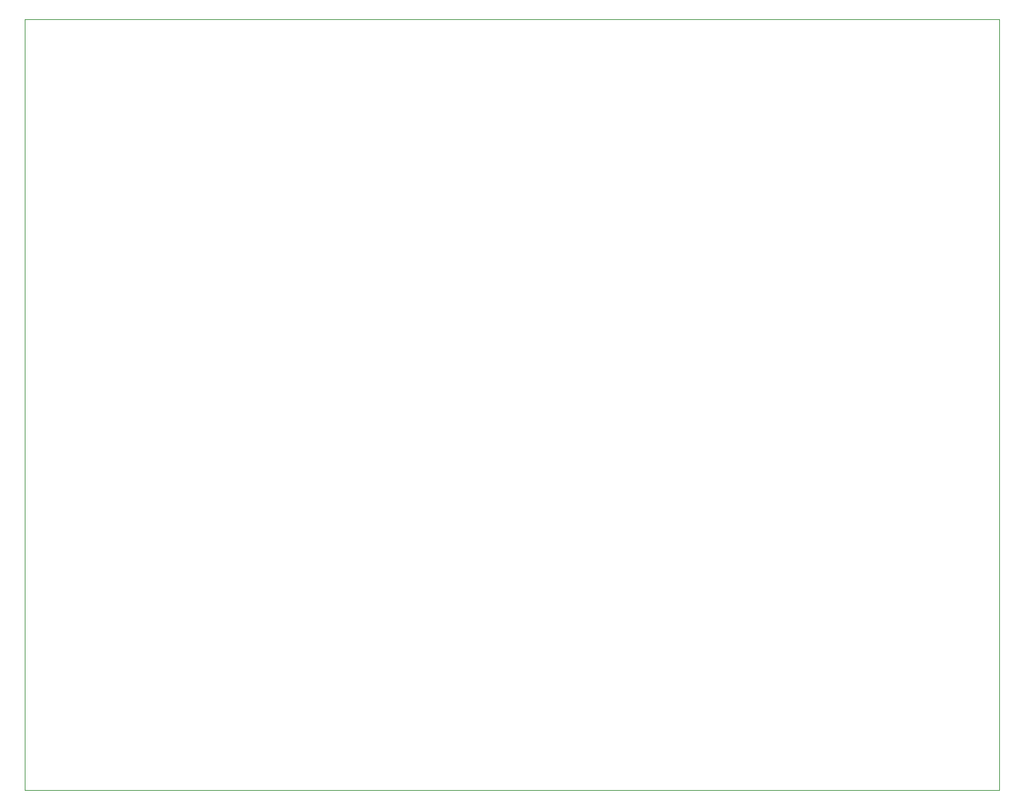
<source format=gbr>
%TF.GenerationSoftware,KiCad,Pcbnew,(6.0.5)*%
%TF.CreationDate,2022-06-18T00:07:38+02:00*%
%TF.ProjectId,clarinoid-devboard,636c6172-696e-46f6-9964-2d646576626f,rev?*%
%TF.SameCoordinates,Original*%
%TF.FileFunction,Profile,NP*%
%FSLAX46Y46*%
G04 Gerber Fmt 4.6, Leading zero omitted, Abs format (unit mm)*
G04 Created by KiCad (PCBNEW (6.0.5)) date 2022-06-18 00:07:38*
%MOMM*%
%LPD*%
G01*
G04 APERTURE LIST*
%TA.AperFunction,Profile*%
%ADD10C,0.100000*%
%TD*%
G04 APERTURE END LIST*
D10*
X86660804Y-25447034D02*
X206660804Y-25447034D01*
X206660804Y-25447034D02*
X206660804Y-120447034D01*
X206660804Y-120447034D02*
X86660804Y-120447034D01*
X86660804Y-120447034D02*
X86660804Y-25447034D01*
M02*

</source>
